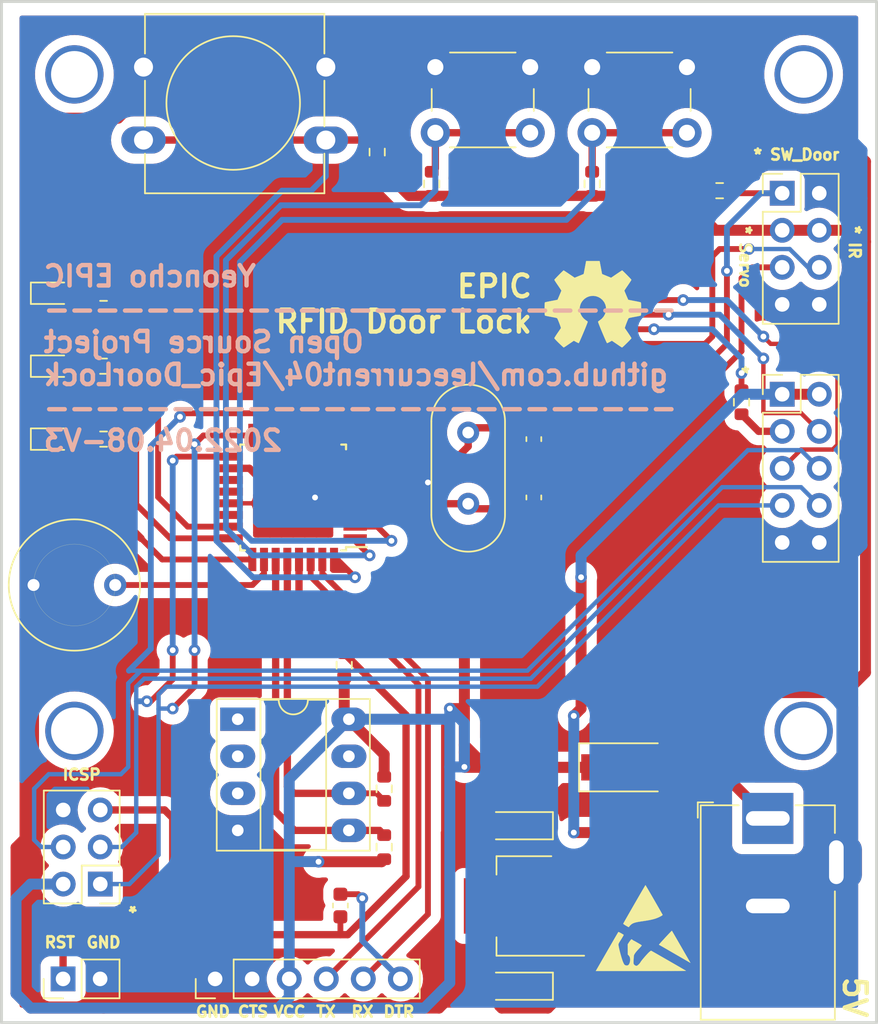
<source format=kicad_pcb>
(kicad_pcb (version 20211014) (generator pcbnew)
  (layers (0 "F.Cu" signal) (31 "B.Cu" signal) (34 "B.Paste" user) (35 "F.Paste" user) (36 "B.SilkS" user "B.Silkscreen") (37 "F.SilkS" user "F.Silkscreen") (38 "B.Mask" user) (39 "F.Mask" user) (44 "Edge.Cuts" user))
  (net 0 "")
  (net 1 "/PC0")
  (net 2 "GND")
  (net 3 "+5V")
  (net 4 "+3V3")
  (net 5 "/PD7")
  (net 6 "Net-(J_OUTPUT1-Pad3)")
  (net 7 "/PB1")
  (net 8 "/PB2")
  (net 9 "/MOSI(PB3)")
  (net 10 "/MISO(PB4)")
  (net 11 "/SCK(PB5)")
  (net 12 "/PB0")
  (net 13 "/SDA(PC4)")
  (net 14 "/RXD")
  (net 15 "/TXD")
  (net 16 "/PD2")
  (net 17 "/PD3")
  (net 18 "/PD4")
  (net 19 "/PD5")
  (net 20 "/PD6")
  (net 21 "/RESET")
  (net 22 "/DTR")
  (net 23 "/SCL(PC5)")
  (net 24 "Net-(D1-Pad2)")
  (net 26 "Net-(C2-Pad1)")
  (net 27 "Net-(C3-Pad1)")
  (net 28 "Net-(D2-Pad2)")
  (net 29 "Net-(D3-Pad2)")
  (net 30 "Net-(D4-Pad2)")
  (net 31 "/PC1")
  (net 32 "/PC2")
  (net 33 "/PC3")
  (footprint "Resistor_SMD:R_0603_1608Metric" (layer "F.Cu") (at 74 26 180)
    (fp_text reference "R2" hide)
    (fp_text value "10K")
  )
  (footprint "Connector_PinHeader_2.54mm:PinHeader_2x04_P2.54mm_Vertical" (layer "F.Cu") (at 78.29 26.175)
    (fp_text reference "J_INNER1" hide)
    (fp_text value "Conn_02x04_Odd_Even" hide)
  )
  (footprint "Package_QFP:TQFP-32_7x7mm_P0.8mm" (layer "F.Cu") (at 44.76 47.03 180)
    (fp_text reference "U1" hide)
    (fp_text value "ATmega328P-A" hide)
  )
  (footprint "" (layer "F.Cu") (at 67.23 53.29 -90)
    (fp_text reference "HOLE1" hide)
    (fp_text value "")
  )
  (footprint "Capacitor_Tantalum_SMD:CP_EIA-3216-10_Kemet-I" (layer "F.Cu") (at 60.26 80.53 180)
    (fp_text reference "C5" hide)
    (fp_text value "10uF")
  )
  (footprint "Connector_BarrelJack:BarrelJack_Horizontal" (layer "F.Cu") (at 77.3025 69.03 90)
    (fp_text reference "POWER_JACK1" hide)
    (fp_text value "5.5pi" hide)
  )
  (footprint "Resistor_SMD:R_0603_1608Metric" (layer "F.Cu") (at 31.76 33.03 180)
    (fp_text reference "R9" hide)
    (fp_text value "220")
  )
  (footprint "Symbol:ESD-Logo_6.6x6mm_SilkScreen" (layer "F.Cu") (at 68.76 76.53)
    (fp_text reference "REF_ESD" hide)
    (fp_text value "ESD-Logo_6.6x6mm_SilkScreen" hide)
  )
  (footprint "Connector_PinHeader_2.54mm:PinHeader_1x06_P2.54mm_Vertical" (layer "F.Cu") (at 39.41 80.03 90)
    (fp_text reference "J_UART1" hide)
    (fp_text value "Conn_01x06_Female" hide)
  )
  (footprint "Resistor_SMD:R_0603_1608Metric" (layer "F.Cu") (at 31.76 38.03 180)
    (fp_text reference "R8" hide)
    (fp_text value "220")
  )
  (footprint "Capacitor_SMD:C_0603_1608Metric" (layer "F.Cu") (at 61.26 47.03 90)
    (fp_text reference "C2" hide)
    (fp_text value "22pF")
  )
  (footprint "" (layer "F.Cu") (at 41.23 71.29 -90)
    (fp_text reference "HOLE3" hide)
    (fp_text value "")
  )
  (footprint "Capacitor_SMD:C_0603_1608Metric" (layer "F.Cu") (at 48 75 -90)
    (fp_text reference "C1" hide)
    (fp_text value "0.1uF")
  )
  (footprint "SW:FQ-014[Buzzer]" (layer "F.Cu") (at 29.76 53.03 180)
    (fp_text reference "BZ1" hide)
    (fp_text value "Buzzer" hide)
  )
  (footprint "Resistor_SMD:R_0603_1608Metric" (layer "F.Cu") (at 51 71 90)
    (fp_text reference "R10" hide)
    (fp_text value "4.7K")
  )
  (footprint "" (layer "F.Cu") (at 37.23 62.29 -90)
    (fp_text reference "HOLE4" hide)
    (fp_text value "")
  )
  (footprint "Diode_SMD:D_SMA" (layer "F.Cu") (at 67.76 65.53)
    (fp_text reference "D1" hide)
    (fp_text value "1N4004" hide)
  )
  (footprint "Resistor_SMD:R_0603_1608Metric" (layer "F.Cu") (at 31.76 43.03 180)
    (fp_text reference "R7" hide)
    (fp_text value "220")
  )
  (footprint "Button_Switch_THT:SW_PUSH_6mm_H5mm" (layer "F.Cu") (at 61.01 22.03 180)
    (fp_text reference "SW3" hide)
    (fp_text value "SW_Push" hide)
  )
  (footprint "Button_Switch_THT:SW_PUSH_6mm_H5mm" (layer "F.Cu") (at 71.76 22.03 180)
    (fp_text reference "SW4" hide)
    (fp_text value "SW_Push" hide)
  )
  (footprint "LED_SMD:LED_0603_1608Metric" (layer "F.Cu") (at 28.26 43.03)
    (fp_text reference "D2" hide)
    (fp_text value "LED_Small" hide)
  )
  (footprint "" (layer "F.Cu") (at 63.23 32.29 -90)
    (fp_text reference "HOLE2" hide)
    (fp_text value "")
  )
  (footprint "Button_Switch_THT:SW_PUSH-12mm" (layer "F.Cu") (at 47 22.53 180)
    (fp_text reference "SW2" hide)
    (fp_text value "SW_Push" hide)
  )
  (footprint "Connector_PinHeader_2.54mm:PinHeader_1x02_P2.54mm_Vertical" (layer "F.Cu") (at 28.985 80.03 90)
    (fp_text reference "SW1" hide)
    (fp_text value "SW_Push" hide)
  )
  (footprint "Resistor_SMD:R_0603_1608Metric" (layer "F.Cu") (at 50.52 23.355 90)
    (fp_text reference "R4" hide)
    (fp_text value "10K")
  )
  (footprint "Connector_PinHeader_2.54mm:PinHeader_2x03_P2.54mm_Vertical" (layer "F.Cu") (at 31.535 73.53 180)
    (fp_text reference "J_SPI1" hide)
    (fp_text value "Conn_02x03_Odd_Even" hide)
  )
  (footprint "Resistor_SMD:R_0603_1608Metric" (layer "F.Cu") (at 51 67 -90)
    (fp_text reference "R11" hide)
    (fp_text value "4.7K")
  )
  (footprint "Resistor_SMD:R_0603_1608Metric" (layer "F.Cu") (at 65.26 25.53 90)
    (fp_text reference "R6" hide)
    (fp_text value "10K")
  )
  (footprint "Symbol:OSHW-Symbol_6.7x6mm_SilkScreen" (layer "F.Cu") (at 65.3 33.8)
    (fp_text reference "REF_OSHW" hide)
    (fp_text value "OSHW-Symbol_6.7x6mm_SilkScreen" hide)
  )
  (footprint "Resistor_SMD:R_0603_1608Metric" (layer "F.Cu") (at 54.26 25.53 90)
    (fp_text reference "R5" hide)
    (fp_text value "10K")
  )
  (footprint "Package_DIP:DIP-8_W7.62mm_Socket_LongPads" (layer "F.Cu") (at 40.96 62.23)
    (fp_text reference "U3" hide)
    (fp_text value "AT24CS16")
  )
  (footprint "Connector_PinHeader_2.54mm:PinHeader_2x05_P2.54mm_Vertical" (layer "F.Cu") (at 78.29 39.955)
    (fp_text reference "J_OUTPUT1" hide)
    (fp_text value "Conn_02x05_Odd_Even" hide)
  )
  (footprint "LED_SMD:LED_0603_1608Metric" (layer "F.Cu") (at 28.26 38.03)
    (fp_text reference "D3" hide)
    (fp_text value "LED_Small" hide)
  )
  (footprint "Resistor_SMD:R_0603_1608Metric" (layer "F.Cu") (at 75.5 40.5 -90)
    (fp_text reference "R3" hide)
    (fp_text value "10K")
  )
  (footprint "Crystal:Crystal_HC49-4H_Vertical" (layer "F.Cu") (at 56.76 42.58 -90)
    (fp_text reference "Y1" hide)
    (fp_text value "16MHz")
  )
  (footprint "Resistor_SMD:R_0603_1608Metric" (layer "F.Cu") (at 48.26 58.53 90)
    (fp_text reference "R1" hide)
    (fp_text value "10K")
  )
  (footprint "Capacitor_Tantalum_SMD:CP_EIA-3216-10_Kemet-I" (layer "F.Cu") (at 60.26 69.53 180)
    (fp_text reference "C4" hide)
    (fp_text value "10uF")
  )
  (footprint "LED_SMD:LED_0603_1608Metric" (layer "F.Cu") (at 28.26 33.03)
    (fp_text reference "D4" hide)
    (fp_text value "LED_Small" hide)
  )
  (footprint "Package_TO_SOT_SMD:SOT-223-3_TabPin2" (layer "F.Cu") (at 60.61 75.03 180)
    (fp_text reference "U2" hide)
    (fp_text value "AMS1117-3.3" hide)
  )
  (footprint "Capacitor_SMD:C_0603_1608Metric" (layer "F.Cu") (at 61.26 43.03 -90)
    (fp_text reference "C3" hide)
    (fp_text value "22pF")
  )
  (gr_rect (start 84.76 13.03) (end 24.76 83.03) (layer "Edge.Cuts") (width 0.2) (fill none))
  (gr_text "Yeoncho EPIC\n-------------------------\nOpen Source Project\ngithub.com/leecurrent04/Epic_DoorLock\n-------------------------\n2022.04.08-V3" (at 27.5 37.5) (layer "B.SilkS") (effects (font (size 1.4 1.4) (thickness 0.3)) (justify right mirror)))
  (gr_text "GND" (at 31.76 77.53) (layer "F.SilkS") (effects (font (size 0.75 0.75) (thickness 0.1875))))
  (gr_text "* Servo" (at 75.76 30.53 270) (layer "F.SilkS") (effects (font (size 0.75 0.75) (thickness 0.1875))))
  (gr_text "ICSP" (at 30.26 66.03) (layer "F.SilkS") (effects (font (size 0.75 0.75) (thickness 0.1875))))
  (gr_text "GND" (at 39.26 82.28) (layer "F.SilkS") (effects (font (size 0.75 0.75) (thickness 0.1875))))
  (gr_text "VCC" (at 44.51 82.28) (layer "F.SilkS") (effects (font (size 0.75 0.75) (thickness 0.1875))))
  (gr_text "*" (at 75.76 38.53) (layer "F.SilkS") (effects (font (size 0.75 0.75) (thickness 0.1875))))
  (gr_text "5V" (at 83.26 81.28 270) (layer "F.SilkS") (effects (font (size 1.5 1.5) (thickness 0.3))))
  (gr_text "EPIC\nRFID Door Lock" (at 61.29 33.77) (layer "F.SilkS") (effects (font (size 1.5 1.5) (thickness 0.3)) (justify right)))
  (gr_text "* IR" (at 83.26 29.53 270) (layer "F.SilkS") (effects (font (size 0.75 0.75) (thickness 0.1875))))
  (gr_text "*" (at 33.76 75.03 180) (layer "F.SilkS") (effects (font (size 0.75 0.75) (thickness 0.1875))))
  (gr_text "CTS" (at 42.01 82.28) (layer "F.SilkS") (effects (font (size 0.75 0.75) (thickness 0.1875))))
  (gr_text "DTR" (at 52.01 82.28) (layer "F.SilkS") (effects (font (size 0.75 0.75) (thickness 0.1875))))
  (gr_text "RST" (at 28.76 77.53) (layer "F.SilkS") (effects (font (size 0.75 0.75) (thickness 0.1875))))
  (gr_text "* SW_Door" (at 79.26 23.53) (layer "F.SilkS") (effects (font (size 0.75 0.75) (thickness 0.1875))))
  (gr_text "RX" (at 49.51 82.28) (layer "F.SilkS") (effects (font (size 0.75 0.75) (thickness 0.1875))))
  (gr_text "TX" (at 47.01 82.28) (layer "F.SilkS") (effects (font (size 0.75 0.75) (thickness 0.1875))))
  (segment (start 35.5 35.945) (end 35.5 47) (width 0.4) (layer "F.Cu") (net 1))
  (segment (start 32.585 33.03) (end 35.5 35.945) (width 0.4) (layer "F.Cu") (net 1))
  (segment (start 35.5 47) (end 37.53 49.03) (width 0.4) (layer "F.Cu") (net 1))
  (segment (start 37.53 49.03) (end 40.51 49.03) (width 0.4) (layer "F.Cu") (net 1))
  (segment (start 41.95 80.03) (end 41.95 81.84) (width 0.75) (layer "F.Cu") (net 2))
  (segment (start 26.76 82.03) (end 31.76 82.03) (width 0.75) (layer "F.Cu") (net 2))
  (segment (start 46.26 48.03) (end 46.26 47.03) (width 0.3) (layer "F.Cu") (net 2))
  (segment (start 46.06 48.23) (end 46.26 48.03) (width 0.3) (layer "F.Cu") (net 2))
  (segment (start 61.26 43.805) (end 61.26 45.26) (width 0.75) (layer "F.Cu") (net 2))
  (segment (start 64.255 46.255) (end 68.115 50.115) (width 0.75) (layer "F.Cu") (net 2))
  (segment (start 39.41 80.03) (end 39.41 81.88) (width 0.75) (layer "F.Cu") (net 2))
  (segment (start 54.51 17.53) (end 61.01 17.53) (width 0.75) (layer "F.Cu") (net 2))
  (segment (start 31.525 81.795) (end 31.76 82.03) (width 0.75) (layer "F.Cu") (net 2))
  (segment (start 40.51 47.43) (end 42.16 47.43) (width 0.3) (layer "F.Cu") (net 2))
  (segment (start 31.525 80.03) (end 31.525 81.795) (width 0.75) (layer "F.Cu") (net 2))
  (segment (start 34.5 19.29) (end 32.76 21.03) (width 0.75) (layer "F.Cu") (net 2))
  (segment (start 76.47 72.03) (end 74.83 73.67) (width 0.75) (layer "F.Cu") (net 2))
  (segment (start 82.0025 72.03) (end 76.47 72.03) (width 0.75) (layer "F.Cu") (net 2))
  (segment (start 39.41 81.88) (end 39.26 82.03) (width 0.75) (layer "F.Cu") (net 2))
  (segment (start 78.29 50.115) (end 68.115 50.115) (width 0.75) (layer "F.Cu") (net 2))
  (segment (start 46.66 46.63) (end 49.01 46.63) (width 0.3) (layer "F.Cu") (net 2))
  (segment (start 27.4725 43.03) (end 27.4725 41.8175) (width 0.75) (layer "F.Cu") (net 2))
  (segment (start 61.26 45.26) (end 61.26 46.255) (width 0.75) (layer "F.Cu") (net 2))
  (segment (start 65.26 17.53) (end 61.01 17.53) (width 0.75) (layer "F.Cu") (net 2))
  (segment (start 62.221758 82.03) (end 63.76 80.491758) (width 0.75) (layer "F.Cu") (net 2))
  (segment (start 54.74 45.26) (end 54 46) (width 0.75) (layer "F.Cu") (net 2))
  (segment (start 26.96 69.83) (end 25.76 71.03) (width 0.75) (layer "F.Cu") (net 2))
  (segment (start 41.76 82.03) (end 39.26 82.03) (width 0.75) (layer "F.Cu") (net 2))
  (segment (start 58.91 81.88) (end 59.06 82.03) (width 0.75) (layer "F.Cu") (net 2))
  (segment (start 74.83 73.67) (end 74.83 77.33) (width 0.75) (layer "F.Cu") (net 2))
  (segment (start 54.76 82.03) (end 41.76 82.03) (width 0.75) (layer "F.Cu") (net 2))
  (segment (start 61.26 45.26) (end 54.74 45.26) (width 0.75) (layer "F.Cu") (net 2))
  (segment (start 59.06 82.03) (end 62.221758 82.03) (width 0.75) (layer "F.Cu") (net 2))
  (segment (start 27.4725 41.8175) (end 27.4725 41.2425) (width 0.75) (layer "F.Cu") (net 2))
  (segment (start 32.76 21.03) (end 28.26 21.03) (width 0.75) (layer "F.Cu") (net 2))
  (segment (start 39.26 82.03) (end 31.76 82.03) (width 0.75) (layer "F.Cu") (net 2))
  (segment (start 77.3025 75.03) (end 75.0025 77.33) (width 0.75) (layer "F.Cu") (net 2))
  (segment (start 25.76 81.03) (end 26.76 82.03) (width 0.75) (layer "F.Cu") (net 2))
  (segment (start 75.0025 77.33) (end 74.83 77.33) (width 0.75) (layer "F.Cu") (net 2))
  (segment (start 27.4725 33.03) (end 27.4725 38.03) (width 0.75) (layer "F.Cu") (net 2))
  (segment (start 82.0025 76.1575) (end 82.0025 72.03) (width 0.75) (layer "F.Cu") (net 2))
  (segment (start 55.26 81.53) (end 54.76 82.03) (width 0.75) (layer "F.Cu") (net 2))
  (segment (start 27.4725 21.8175) (end 27.4725 33.03) (width 0.75) (layer "F.Cu") (net 2))
  (segment (start 58.91 69.53) (end 55.76 69.53) (width 0.75) (layer "F.Cu") (net 2))
  (segment (start 75.0025 77.33) (end 80.83 77.33) (width 0.75) (layer "F.Cu") (net 2))
  (segment (start 41.95 81.84) (end 41.76 82.03) (width 0.75) (layer "F.Cu") (net 2))
  (segment (start 28.26 21.03) (end 27.4725 21.8175) (width 0.75) (layer "F.Cu") (net 2))
  (segment (start 34.5 17.53) (end 34.5 19.29) (width 0.75) (layer "F.Cu") (net 2))
  (segment (start 26.96 53.03) (end 26.96 68.33) (width 0.75) (layer "F.Cu") (net 2))
  (segment (start 55.76 69.53) (end 55.26 70.03) (width 0.75) (layer "F.Cu") (net 2))
  (segment (start 55.26 70.03) (end 55.26 80.03) (width 0.75) (layer "F.Cu") (net 2))
  (segment (start 63.76 80.491758) (end 63.76 77.33) (width 0.75) (layer "F.Cu") (net 2))
  (segment (start 28.995 68.45) (end 27.08 68.45) (width 0.75) (layer "F.Cu") (net 2))
  (segment (start 42.16 47.43) (end 42.96 48.23) (width 0.3) (layer "F.Cu") (net 2))
  (segment (start 58.91 80.53) (end 58.91 81.88) (width 0.75) (layer "F.Cu") (net 2))
  (segment (start 47 17.53) (end 54.51 17.53) (width 0.75) (layer "F.Cu") (net 2))
  (segment (start 47 17.53) (end 34.5 17.53) (width 0.75) (layer "F.Cu") (net 2))
  (segment (start 61.26 46.255) (end 64.255 46.255) (width 0.75) (layer "F.Cu") (net 2))
  (segment (start 71.76 17.53) (end 74.03 17.53) (width 0.75) (layer "F.Cu") (net 2))
  (segment (start 42.96 48.23) (end 46.06 48.23) (width 0.3) (layer "F.Cu") (net 2))
  (segment (start 65.26 17.53) (end 71.76 17.53) (width 0.75) (layer "F.Cu") (net 2))
  (segment (start 26.96 43.5425) (end 26.96 53.03) (width 0.75) (layer "F.Cu") (net 2))
  (segment (start 26.96 68.33) (end 26.96 69.83) (width 0.75) (layer "F.Cu") (net 2))
  (segment (start 46.26 47.03) (end 46.66 46.63) (width 0.3) (layer "F.Cu") (net 2))
  (segment (start 27.76 41.53) (end 27.4725 41.8175) (width 0.3) (layer "F.Cu") (net 2))
  (segment (start 80.83 77.33) (end 82.0025 76.1575) (width 0.75) (layer "F.Cu") (net 2))
  (segment (start 55.26 80.03) (end 55.76 80.53) (width 0.75) (layer "F.Cu") (net 2))
  (segment (start 55.76 80.53) (end 58.91 80.53) (width 0.75) (layer "F.Cu") (net 2))
  (segment (start 27.4725 41.2425) (end 27.4725 38.03) (width 0.75) (layer "F.Cu") (net 2))
  (segment (start 74.83 77.33) (end 63.76 77.33) (width 0.75) (layer "F.Cu") (net 2))
  (segment (start 27.4725 43.03) (end 26.96 43.5425) (width 0.75) (layer "F.Cu") (net 2))
  (segment (start 25.76 71.03) (end 25.76 81.03) (width 0.75) (layer "F.Cu") (net 2))
  (segment (start 55.26 80.03) (end 55.26 81.53) (width 0.75) (layer "F.Cu") (net 2))
  (segment (start 27.08 68.45) (end 26.96 68.33) (width 0.75) (layer "F.Cu") (net 2))
  (segment (start 46.06 48.23) (end 49.01 48.23) (width 0.3) (layer "F.Cu") (net 2))
  (via (at 46.26 47.03) (size 0.8) (drill 0.4) (layers "F.Cu" "B.Cu") (net 2))
  (via (at 54 46) (size 0.8) (drill 0.4) (layers "F.Cu" "B.Cu") (net 2))
  (segment (start 40.96 78.54) (end 40.96 80.02) (width 0.75) (layer "B.Cu") (net 2))
  (segment (start 82.0025 72.03) (end 82.384511 71.647989) (width 0.75) (layer "B.Cu") (net 2))
  (segment (start 82.384511 71.647989) (end 82.384511 51.669511) (width 0.75) (layer "B.Cu") (net 2))
  (segment (start 78.29 50.115) (end 80.83 50.115) (width 0.75) (layer "B.Cu") (net 2))
  (segment (start 80.83 26.175) (end 80.83 24.33) (width 0.75) (layer "B.Cu") (net 2))
  (segment (start 83.76 33.53) (end 83.495 33.795) (width 0.75) (layer "B.Cu") (net 2))
  (segment (start 83.495 33.795) (end 80.83 33.795) (width 0.75) (layer "B.Cu") (net 2))
  (segment (start 82.0025 72.03) (end 82.0025 74.2875) (width 0.75) (layer "B.Cu") (net 2))
  (segment (start 39.98 79.46) (end 39.41 80.03) (width 0.75) (layer "B.Cu") (net 2))
  (segment (start 71.76 17.53) (end 74.03 17.53) (width 0.75) (layer "B.Cu") (net 2))
  (segment (start 83.580978 50.115) (end 80.83 50.115) (width 0.75) (layer "B.Cu") (net 2))
  (segment (start 82.0025 74.2875) (end 81.26 75.03) (width 0.75) (layer "B.Cu") (net 2))
  (segment (start 74.03 17.53) (end 78 21.5) (width 0.75) (layer "B.Cu") (net 2))
  (segment (start 80.83 33.795) (end 78.29 33.795) (width 0.75) (layer "B.Cu") (net 2))
  (segment (start 83.405 26.175) (end 80.83 26.175) (width 0.75) (layer "B.Cu") (net 2))
  (segment (start 40.96 79.46) (end 41.38 79.46) (width 0.75) (layer "B.Cu") (net 2))
  (segment (start 80.83 24.33) (end 78 21.5) (width 0.75) (layer "B.Cu") (net 2))
  (segment (start 40.97 80.03) (end 41.95 80.03) (width 0.75) (layer "B.Cu") (net 2))
  (segment (start 40.96 79.46) (end 40.96 78.54) (width 0.75) (layer "B.Cu") (net 2))
  (segment (start 47.29 46) (end 46.26 47.03) (width 0.75) (layer "B.Cu") (net 2))
  (segment (start 83.76 23.24) (end 83.76 26.53) (width 0.75) (layer "B.Cu") (net 2))
  (segment (start 54 46) (end 47.29 46) (width 0.75) (layer "B.Cu") (net 2))
  (segment (start 83.76 26.53) (end 83.405 26.175) (width 0.75) (layer "B.Cu") (net 2))
  (segment (start 81.26 75.03) (end 77.3025 75.03) (width 0.75) (layer "B.Cu") (net 2))
  (segment (start 83.76 50.294022) (end 82.384511 51.669511) (width 0.75) (layer "B.Cu") (net 2))
  (segment (start 82.02 21.5) (end 83.76 23.24) (width 0.75) (layer "B.Cu") (net 2))
  (segment (start 83.76 33.53) (end 83.76 50.294022) (width 0.75) (layer "B.Cu") (net 2))
  (segment (start 78 21.5) (end 82.02 21.5) (width 0.75) (layer "B.Cu") (net 2))
  (segment (start 40.96 78.54) (end 40.96 69.85) (width 0.75) (layer "B.Cu") (net 2))
  (segment (start 41.38 79.46) (end 41.95 80.03) (width 0.75) (layer "B.Cu") (net 2))
  (segment (start 83.76 26.53) (end 83.76 33.53) (width 0.75) (layer "B.Cu") (net 2))
  (segment (start 40.96 80.02) (end 40.97 80.03) (width 0.75) (layer "B.Cu") (net 2))
  (segment (start 82.384511 51.669511) (end 80.83 50.115) (width 0.75) (layer "B.Cu") (net 2))
  (segment (start 40.96 79.46) (end 39.98 79.46) (width 0.75) (layer "B.Cu") (net 2))
  (segment (start 39.41 80.03) (end 40.97 80.03) (width 0.75) (layer "B.Cu") (net 2))
  (segment (start 83.76 50.294022) (end 83.580978 50.115) (width 0.75) (layer "B.Cu") (net 2))
  (segment (start 73.175 26) (end 73.175 28.175) (width 0.75) (layer "F.Cu") (net 3))
  (segment (start 62.76 65.53) (end 61.61 66.68) (width 0.75) (layer "F.Cu") (net 3))
  (segment (start 65.76 65.53) (end 62.76 65.53) (width 0.75) (layer "F.Cu") (net 3))
  (segment (start 56.5 61.5) (end 56.5 51.5) (width 0.75) (layer "F.Cu") (net 3))
  (segment (start 84 29.5) (end 84 24) (width 0.75) (layer "F.Cu") (net 3))
  (segment (start 42.56 45.83) (end 41.76 45.03) (width 0.5) (layer "F.Cu") (net 3))
  (segment (start 82.624511 60.405489) (end 84 59.03) (width 0.75) (layer "F.Cu") (net 3))
  (segment (start 73.175 28.175) (end 73.715 28.715) (width 0.75) (layer "F.Cu") (net 3))
  (segment (start 65.76 65.53) (end 58.03 65.53) (width 0.75) (layer "F.Cu") (net 3))
  (segment (start 56.5 64.5) (end 57.53 65.53) (width 0.75) (layer "F.Cu") (net 3))
  (segment (start 56.5 64) (end 56.5 61.5) (width 0.75) (layer "F.Cu") (net 3))
  (segment (start 54.26 26.355) (end 52.695 26.355) (width 0.7) (layer "F.Cu") (net 3))
  (segment (start 56.53 65.53) (end 56.5 65.5) (width 0.75) (layer "F.Cu") (net 3))
  (segment (start 84 59.03) (end 84 29.5) (width 0.75) (layer "F.Cu") (net 3))
  (segment (start 50.33 45.83) (end 51.07 46.57) (width 0.5) (layer "F.Cu") (net 3))
  (segment (start 65.76 65.53) (end 70.884511 60.405489) (width 0.75) (layer "F.Cu") (net 3))
  (segment (start 65.26 26.355) (end 54.26 26.355) (width 0.7) (layer "F.Cu") (net 3))
  (segment (start 51.43 47.43) (end 51.07 47.43) (width 0.75) (layer "F.Cu") (net 3))
  (segment (start 80.83 28.715) (end 78.29 28.715) (width 0.75) (layer "F.Cu") (net 3))
  (segment (start 49.01 45.83) (end 50.33 45.83) (width 0.5) (layer "F.Cu") (net 3))
  (segment (start 54.5 49.5) (end 53.5 49.5) (width 0.75) (layer "F.Cu") (net 3))
  (segment (start 48.58 62.23) (end 51 64.65) (width 0.75) (layer "F.Cu") (net 3))
  (segment (start 58.03 65.53) (end 56.53 65.53) (width 0.75) (layer "F.Cu") (net 3))
  (segment (start 73.175 26) (end 73.175 24.825) (width 0.75) (layer "F.Cu") (net 3))
  (segment (start 61.61 66.68) (end 61.61 69.53) (width 0.75) (layer "F.Cu") (net 3))
  (segment (start 56.5 64.5) (end 56.5 65.5) (width 0.75) (layer "F.Cu") (net 3))
  (segment (start 40.51 45.03) (end 41.76 45.03) (width 0.5) (layer "F.Cu") (net 3))
  (segment (start 72.82 26.355) (end 73.175 26) (width 0.75) (layer "F.Cu") (net 3))
  (segment (start 46.5 72) (end 50.825 72) (width 0.75) (layer "F.Cu") (net 3))
  (segment (start 58.03 65.53) (end 56.5 64) (width 0.75) (layer "F.Cu") (net 3))
  (segment (start 52.695 26.355) (end 50.52 24.18) (width 0.7) (layer "F.Cu") (net 3))
  (segment (start 83 23) (end 75 23) (width 0.75) (layer "F.Cu") (net 3))
  (segment (start 61.96 72.73) (end 63.76 72.73) (width 0.75) (layer "F.Cu") (net 3))
  (segment (start 50.825 72) (end 51 71.825) (width 0.75) (layer "F.Cu") (net 3))
  (segment (start 73.175 24.825) (end 75 23) (width 0.75) (layer "F.Cu") (net 3))
  (segment (start 56.5 51.5) (end 54.5 49.5) (width 0.75) (layer "F.Cu") (net 3))
  (segment (start 51.07 46.57) (end 51.07 47.43) (width 0.5) (layer "F.Cu") (net 3))
  (segment (start 57.53 65.53) (end 58.03 65.53) (width 0.75) (layer "F.Cu") (net 3))
  (segment (start 61.61 69.53) (end 61.61 72.38) (width 0.75) (layer "F.Cu") (net 3))
  (segment (start 56.5 64) (end 56.5 64.5) (width 0.75) (layer "F.Cu") (net 3))
  (segment (start 49.01 45.83) (end 42.56 45.83) (width 0.5) (layer "F.Cu") (net 3))
  (segment (start 48.26 61.91) (end 48.58 62.23) (width 0.75) (layer "F.Cu") (net 3))
  (segment (start 53.5 49.5) (end 51.43 47.43) (width 0.75) (layer "F.Cu") (net 3))
  (segment (start 61.61 72.38) (end 61.96 72.73) (width 0.75) (layer "F.Cu") (net 3))
  (segment (start 48.26 59.355) (end 48.26 61.91) (width 0.75) (layer "F.Cu") (net 3))
  (segment (start 80.83 28.715) (end 83.215 28.715) (width 0.75) (layer "F.Cu") (net 3))
  (segment (start 55.5 61.5) (end 56.5 61.5) (width 0.75) (layer "F.Cu") (net 3))
  (segment (start 84 24) (end 83 23) (width 0.75) (layer "F.Cu") (net 3))
  (segment (start 83.215 28.715) (end 84 29.5) (width 0.75) (layer "F.Cu") (net 3))
  (segment (start 65.26 26.355) (end 69.085 26.355) (width 0.7) (layer "F.Cu") (net 3))
  (segment (start 49.01 47.43) (end 51.07 47.43) (width 0.5) (layer "F.Cu") (net 3))
  (segment (start 51 64.65) (end 51 66.175) (width 0.75) (layer "F.Cu") (net 3))
  (segment (start 69.085 26.355) (end 72.82 26.355) (width 0.75) (layer "F.Cu") (net 3))
  (segment (start 73.715 28.715) (end 78.29 28.715) (width 0.75) (layer "F.Cu") (net 3))
  (segment (start 70.884511 60.405489) (end 82.624511 60.405489) (width 0.75) (layer "F.Cu") (net 3))
  (via (at 46.5 72) (size 0.8) (drill 0.4) (layers "F.Cu" "B.Cu") (net 3))
  (via (at 55.5 61.5) (size 0.8) (drill 0.4) (layers "F.Cu" "B.Cu") (net 3))
  (via (at 56.5 65.5) (size 0.8) (drill 0.4) (layers "F.Cu" "B.Cu") (net 3))
  (segment (start 44.49 66.32) (end 44.49 71.99) (width 0.75) (layer "B.Cu") (net 3))
  (segment (start 55.5 80.29) (end 55.5 65.5) (width 0.75) (layer "B.Cu") (net 3))
  (segment (start 26.76 73.53) (end 25.76 74.53) (width 0.75) (layer "B.Cu") (net 3))
  (segment (start 28.995 73.53) (end 26.76 73.53) (width 0.75) (layer "B.Cu") (net 3))
  (segment (start 44.49 81.3) (end 44.49 80.03) (width 0.75) (layer "B.Cu") (net 3))
  (segment (start 56.5 65.5) (end 56.5 62.5) (width 0.75) (layer "B.Cu") (net 3))
  (segment (start 56.5 62.5) (end 55.5 61.5) (width 0.75) (layer "B.Cu") (net 3))
  (segment (start 43.76 82.03) (end 44.49 81.3) (width 0.75) (layer "B.Cu") (net 3))
  (segment (start 48.58 62.23) (end 44.49 66.32) (width 0.75) (layer "B.Cu") (net 3))
  (segment (start 55.5 62.5) (end 55.5 61.5) (width 0.75) (layer "B.Cu") (net 3))
  (segment (start 44.49 71.99) (end 44.49 80.03) (width 0.75) (layer "B.Cu") (net 3))
  (segment (start 46.49 71.99) (end 46.5 72) (width 0.75) (layer "B.Cu") (net 3))
  (segment (start 25.76 74.53) (end 25.76 81.03) (width 0.75) (layer "B.Cu") (net 3))
  (segment (start 55.23 62.23) (end 55.5 62.5) (width 0.75) (layer "B.Cu") (net 3))
  (segment (start 53.76 82.03) (end 55.5 80.29) (width 0.75) (layer "B.Cu") (net 3))
  (segment (start 44.49 71.99) (end 46.49 71.99) (width 0.75) (layer "B.Cu") (net 3))
  (segment (start 48.58 62.23) (end 55.23 62.23) (width 0.75) (layer "B.Cu") (net 3))
  (segment (start 25.76 81.03) (end 26.76 82.03) (width 0.75) (layer "B.Cu") (net 3))
  (segment (start 43.76 82.03) (end 53.76 82.03) (width 0.75) (layer "B.Cu") (net 3))
  (segment (start 26.76 82.03) (end 43.76 82.03) (width 0.75) (layer "B.Cu") (net 3))
  (segment (start 55.5 65.5) (end 55.5 62.5) (width 0.75) (layer "B.Cu") (net 3))
  (segment (start 56.5 65.5) (end 55.5 65.5) (width 0.75) (layer "B.Cu") (net 3))
  (segment (start 67 70) (end 64 70) (width 0.75) (layer "F.Cu") (net 4))
  (segment (start 63.76 75.03) (end 66.97 75.03) (width 0.75) (layer "F.Cu") (net 4))
  (segment (start 67 75) (end 67 70) (width 0.75) (layer "F.Cu") (net 4))
  (segment (start 63.76 75.03) (end 61.26 75.03) (width 0.75) (layer "F.Cu") (net 4))
  (segment (start 61.61 75.38) (end 61.26 75.03) (width 0.75) (layer "F.Cu") (net 4))
  (segment (start 61.26 75.03) (end 57.46 75.03) (width 0.75) (layer "F.Cu") (net 4))
  (segment (start 61.61 80.53) (end 61.61 75.38) (width 0.75) (layer "F.Cu") (net 4))
  (segment (start 64.5 52.5) (end 64.5 61.5) (width 0.75) (layer "F.Cu") (net 4))
  (segment (start 64.5 61.5) (end 64 62) (width 0.75) (layer "F.Cu") (net 4))
  (segment (start 66.97 75.03) (end 67 75) (width 0.75) (layer "F.Cu") (net 4))
  (segment (start 80.83 39.955) (end 78.29 39.955) (width 0.75) (layer "F.Cu") (net 4))
  (via (at 64.5 52.5) (size 0.8) (drill 0.4) (layers "F.Cu" "B.Cu") (net 4))
  (via (at 64 62) (size 0.8) (drill 0.4) (layers "F.Cu" "B.Cu") (net 4))
  (via (at 64 70) (size 0.8) (drill 0.4) (layers "F.Cu" "B.Cu") (net 4))
  (segment (start 75.545 39.955) (end 64.5 51) (width 0.75) (layer "B.Cu") (net 4))
  (segment (start 64 62) (end 64 70) (width 0.75) (layer "B.Cu") (net 4))
  (segment (start 64.5 51) (end 64.5 52.5) (width 0.75) (layer "B.Cu") (net 4))
  (segment (start 78.29 39.955) (end 75.545 39.955) (width 0.75) (layer "B.Cu") (net 4))
  (segment (start 49 36.5) (end 73 36.5) (width 0.4) (layer "F.Cu") (net 5))
  (segment (start 73.5 36) (end 73.5 30.5) (width 0.4) (layer "F.Cu") (net 5))
  (segment (start 73.5 30.5) (end 74 30) (width 0.4) (layer "F.Cu") (net 5))
  (segment (start 73 36.5) (end 73.5 36) (width 0.4) (layer "F.Cu") (net 5))
  (segment (start 74 30) (end 76 30) (width 0.4) (layer "F.Cu") (net 5))
  (segment (start 45.96 39.54) (end 49 36.5) (width 0.4) (layer "F.Cu") (net 5))
  (segment (start 45.96 42.78) (end 45.96 39.54) (width 0.4) (layer "F.Cu") (net 5))
  (via (at 76 30) (size 0.8) (drill 0.4) (layers "F.Cu" "B.Cu") (net 5))
  (segment (start 78.802076 30) (end 76 30) (width 0.3) (layer "B.Cu") (net 5))
  (segment (start 80.83 31.255) (end 80.057076 31.255) (width 0.3) (layer "B.Cu") (net 5))
  (segment (start 80.057076 31.255) (end 78.802076 30) (width 0.3) (layer "B.Cu") (net 5))
  (segment (start 76.67 42.495) (end 75.5 41.325) (width 0.5) (layer "F.Cu") (net 6))
  (segment (start 78.29 42.495) (end 76.67 42.495) (width 0.5) (layer "F.Cu") (net 6))
  (segment (start 80.83 42.495) (end 79.580489 41.245489) (width 0.3) (layer "F.Cu") (net 7))
  (segment (start 79.580489 41.245489) (end 77.081467 41.245489) (width 0.3) (layer "F.Cu") (net 7))
  (segment (start 44.36 36.14) (end 46 34.5) (width 0.4) (layer "F.Cu") (net 7))
  (segment (start 77.081467 41.245489) (end 77 41.164022) (width 0.3) (layer "F.Cu") (net 7))
  (segment (start 46 34.5) (end 70.5 34.5) (width 0.4) (layer "F.Cu") (net 7))
  (segment (start 44.36 42.78) (end 44.36 36.14) (width 0.4) (layer "F.Cu") (net 7))
  (segment (start 77 41.164022) (end 77 37.5) (width 0.3) (layer "F.Cu") (net 7))
  (via (at 77 37.5) (size 0.8) (drill 0.4) (layers "F.Cu" "B.Cu") (net 7))
  (via (at 70.5 34.5) (size 0.8) (drill 0.4) (layers "F.Cu" "B.Cu") (net 7))
  (segment (start 74 34.5) (end 77 37.5) (width 0.4) (layer "B.Cu") (net 7))
  (segment (start 70.5 34.5) (end 74 34.5) (width 0.4) (layer "B.Cu") (net 7))
  (segment (start 78.29 45.035) (end 79.580489 43.744511) (width 0.3) (layer "F.Cu") (net 8))
  (segment (start 71.5 33.5) (end 46 33.5) (width 0.4) (layer "F.Cu") (net 8))
  (segment (start 82.079511 43.420489) (end 82.079511 37.079511) (width 0.3) (layer "F.Cu") (net 8))
  (segment (start 77.5 36.5) (end 77 36) (width 0.3) (layer "F.Cu") (net 8))
  (segment (start 77.5 36.5) (end 81.5 36.5) (width 0.3) (layer "F.Cu") (net 8))
  (segment (start 46 33.5) (end 43.56 35.94) (width 0.4) (layer "F.Cu") (net 8))
  (segment (start 81.755489 43.744511) (end 82.079511 43.420489) (width 0.3) (layer "F.Cu") (net 8))
  (segment (start 82.079511 37.079511) (end 81.5 36.5) (width 0.3) (layer "F.Cu") (net 8))
  (segment (start 43.56 35.94) (end 43.56 42.78) (width 0.4) (layer "F.Cu") (net 8))
  (segment (start 79.580489 43.744511) (end 81.755489 43.744511) (width 0.3) (layer "F.Cu") (net 8))
  (via (at 71.5 33.5) (size 0.8) (drill 0.4) (layers "F.Cu" "B.Cu") (net 8))
  (via (at 77 36) (size 0.8) (drill 0.4) (layers "F.Cu" "B.Cu") (net 8))
  (segment (start 71.5 33.5) (end 74.5 33.5) (width 0.4) (layer "B.Cu") (net 8))
  (segment (start 74.5 33.5) (end 77 36) (width 0.4) (layer "B.Cu") (net 8))
  (segment (start 37.24 41.26) (end 37 41.5) (width 0.4) (layer "F.Cu") (net 9))
  (segment (start 42.76 41.26) (end 37.24 41.26) (width 0.4) (layer "F.Cu") (net 9))
  (segment (start 42.76 42.78) (end 42.76 41.26) (width 0.4) (layer "F.Cu") (net 9))
  (via (at 37 41.5) (size 0.8) (drill 0.4) (layers "F.Cu" "B.Cu") (net 9))
  (segment (start 28 66) (end 27 67) (width 0.3) (layer "B.Cu") (net 9))
  (segment (start 33.45048 59.772382) (end 33.45048 65.5) (width 0.3) (layer "B.Cu") (net 9))
  (segment (start 35 57.40096) (end 33.499999 58.900961) (width 0.4) (layer "B.Cu") (net 9))
  (segment (start 32.95048 66) (end 28 66) (width 0.3) (layer "B.Cu") (net 9))
  (segment (start 33.45048 65.5) (end 32.95048 66) (width 0.3) (layer "B.Cu") (net 9))
  (segment (start 60.821902 58.90096) (end 75.937373 43.785489) (width 0.3) (layer "B.Cu") (net 9))
  (segment (start 60.821902 58.90096) (end 34.321901 58.900961) (width 0.3) (layer "B.Cu") (net 9))
  (segment (start 27 70.5) (end 27.49 70.99) (width 0.3) (layer "B.Cu") (net 9))
  (segment (start 27.49 70.99) (end 28.995 70.99) (width 0.3) (layer "B.Cu") (net 9))
  (segment (start 27 67) (end 27 70.5) (width 0.3) (layer "B.Cu") (net 9))
  (segment (start 34.321901 58.900961) (end 33.499999 58.900961) (width 0.3) (layer "B.Cu") (net 9))
  (segment (start 80.83 45.035) (end 79.580489 43.785489) (width 0.3) (layer "B.Cu") (net 9))
  (segment (start 37 41.5) (end 35 43.5) (width 0.4) (layer "B.Cu") (net 9))
  (segment (start 75.937373 43.785489) (end 79.580489 43.785489) (width 0.3) (layer "B.Cu") (net 9))
  (segment (start 35 43.5) (end 35 57.40096) (width 0.4) (layer "B.Cu") (net 9))
  (segment (start 34.321901 58.900961) (end 33.45048 59.772382) (width 0.3) (layer "B.Cu") (net 9))
  (segment (start 38 57.5) (end 38 60) (width 0.4) (layer "F.Cu") (net 10))
  (segment (start 38.6005 42.78) (end 38 43.3805) (width 0.4) (layer "F.Cu") (net 10))
  (segment (start 38 60) (end 36.5 61.5) (width 0.4) (layer "F.Cu") (net 10))
  (segment (start 41.96 42.78) (end 38.6005 42.78) (width 0.4) (layer "F.Cu") (net 10))
  (via (at 38 43.3805) (size 0.8) (drill 0.4) (layers "F.Cu" "B.Cu") (net 10))
  (via (at 38 57.5) (size 0.8) (drill 0.4) (layers "F.Cu" "B.Cu") (net 10))
  (via (at 36.5 61.5) (size 0.8) (drill 0.4) (layers "F.Cu" "B.Cu") (net 10))
  (segment (start 73.925 47.575) (end 78.29 47.575) (width 0.3) (layer "B.Cu") (net 10))
  (segment (start 35.53 61.53) (end 35.53 60.53) (width 0.3) (layer "B.Cu") (net 10))
  (segment (start 35.56 61.5) (end 35.53 61.53) (width 0.3) (layer "B.Cu") (net 10))
  (segment (start 36.06 60) (end 61.5 60) (width 0.3) (layer "B.Cu") (net 10))
  (segment (start 38 57.5) (end 38 43.5) (width 0.4) (layer "B.Cu") (net 10))
  (segment (start 35.53 71.53) (end 35.53 61.53) (width 0.3) (layer "B.Cu") (net 10))
  (segment (start 35.53 60.53) (end 36.06 60) (width 0.3) (layer "B.Cu") (net 10))
  (segment (start 33.53 73.53) (end 35.53 71.53) (width 0.3) (layer "B.Cu") (net 10))
  (segment (start 31.535 73.53) (end 33.53 73.53) (width 0.3) (layer "B.Cu") (net 10))
  (segment (start 36.5 61.5) (end 35.56 61.5) (width 0.3) (layer "B.Cu") (net 10))
  (segment (start 61.5 60) (end 73.925 47.575) (width 0.3) (layer "B.Cu") (net 10))
  (segment (start 36.77 44.23) (end 36.5 44.5) (width 0.4) (layer "F.Cu") (net 11))
  (segment (start 34.7305 61) (end 35 61) (width 0.4) (layer "F.Cu") (net 11))
  (segment (start 35 61) (end 36.5 59.5) (width 0.4) (layer "F.Cu") (net 11))
  (segment (start 36.5 57.5) (end 36.5 59.5) (width 0.4) (layer "F.Cu") (net 11))
  (segment (start 40.51 44.23) (end 36.77 44.23) (width 0.4) (layer "F.Cu") (net 11))
  (via (at 34.7305 61) (size 0.8) (drill 0.4) (layers "F.Cu" "B.Cu") (net 11))
  (via (at 36.5 57.5) (size 0.8) (drill 0.4) (layers "F.Cu" "B.Cu") (net 11))
  (via (at 36.5 44.5) (size 0.8) (drill 0.4) (layers "F.Cu" "B.Cu") (net 11))
  (segment (start 34 60) (end 34.54952 59.45048) (width 0.3) (layer "B.Cu") (net 11))
  (segment (start 61.04952 59.45048) (end 74.174511 46.325489) (width 0.3) (layer "B.Cu") (net 11))
  (segment (start 34.7305 61) (end 34.05 61) (width 0.4) (layer "B.Cu") (net 11))
  (segment (start 74.174511 46.325489) (end 79.580489 46.325489) (width 0.3) (layer "B.Cu") (net 11))
  (segment (start 34.54952 59.45048) (end 61.04952 59.45048) (width 0.3) (layer "B.Cu") (net 11))
  (segment (start 36.5 44.5) (end 36.5 57.5) (width 0.4) (layer "B.Cu") (net 11))
  (segment (start 79.580489 46.325489) (end 80.83 47.575) (width 0.3) (layer "B.Cu") (net 11))
  (segment (start 34 70) (end 34 61) (width 0.3) (layer "B.Cu") (net 11))
  (segment (start 34 61) (end 34 60) (width 0.3) (layer "B.Cu") (net 11))
  (segment (start 33.01 70.99) (end 34 70) (width 0.3) (layer "B.Cu") (net 11))
  (segment (start 31.535 70.99) (end 33.01 70.99) (width 0.3) (layer "B.Cu") (net 11))
  (segment (start 45.16 36.34) (end 46 35.5) (width 0.4) (layer "F.Cu") (net 12))
  (segment (start 46 35.5) (end 69.5 35.5) (width 0.4) (layer "F.Cu") (net 12))
  (segment (start 45.16 42.78) (end 45.16 36.34) (width 0.4) (layer "F.Cu") (net 12))
  (segment (start 75.5 38.5) (end 75.5 39.675) (width 0.4) (layer "F.Cu") (net 12))
  (via (at 75.5 38.5) (size 0.8) (drill 0.4) (layers "F.Cu" "B.Cu") (net 12))
  (via (at 69.5 35.5) (size 0.8) (drill 0.4) (layers "F.Cu" "B.Cu") (net 12))
  (segment (start 73.5 35.5) (end 75.5 37.5) (width 0.4) (layer "B.Cu") (net 12))
  (segment (start 69.5 35.5) (end 73.5 35.5) (width 0.4) (layer "B.Cu") (net 12))
  (segment (start 75.5 37.5) (end 75.5 38.5) (width 0.4) (layer "B.Cu") (net 12))
  (segment (start 50.675 69.85) (end 51 70.175) (width 0.5) (layer "F.Cu") (net 13))
  (segment (start 48.58 69.85) (end 50.675 69.85) (width 0.5) (layer "F.Cu") (net 13))
  (segment (start 43.56 51.28) (end 43.56 68.56) (width 0.5) (layer "F.Cu") (net 13))
  (segment (start 44.85 69.85) (end 48.58 69.85) (width 0.5) (layer "F.Cu") (net 13))
  (segment (start 43.56 68.56) (end 44.85 69.85) (width 0.5) (layer "F.Cu") (net 13))
  (segment (start 53.35048 73.70952) (end 53.35048 59.85048) (width 0.4) (layer "F.Cu") (net 14))
  (segment (start 53.35048 59.85048) (end 45.96 52.46) (width 0.4) (layer "F.Cu") (net 14))
  (segment (start 45.96 52.46) (end 45.96 51.28) (width 0.4) (layer "F.Cu") (net 14))
  (segment (start 47.03 80.03) (end 53.35048 73.70952) (width 0.4) (layer "F.Cu") (net 14))
  (segment (start 54 59.48) (end 54 75.6) (width 0.4) (layer "F.Cu") (net 15))
  (segment (start 49.57 80.03) (end 54 75.6) (width 0.4) (layer "F.Cu") (net 15))
  (segment (start 46.76 52.24) (end 54 59.48) (width 0.4) (layer "F.Cu") (net 15))
  (segment (start 46.76 51.28) (end 46.76 52.24) (width 0.4) (layer "F.Cu") (net 15))
  (segment (start 48 51.72) (end 47.56 51.28) (width 0.4) (layer "F.Cu") (net 16))
  (segment (start 47 22.53) (end 50.52 22.53) (width 0.5) (layer "F.Cu") (net 16))
  (segment (start 48 52) (end 48 51.72) (width 0.4) (layer "F.Cu") (net 16))
  (segment (start 48.5 52) (end 48 52) (width 0.4) (layer "F.Cu") (net 16))
  (segment (start 48 52) (end 47.5 52) (width 0.4) (layer "F.Cu") (net 16))
  (segment (start 47.78 51.28) (end 48.5 52) (width 0.4) (layer "F.Cu") (net 16))
  (segment (start 47.56 51.28) (end 47.78 51.28) (width 0.4) (layer "F.Cu") (net 16))
  (segment (start 48.5 52) (end 49 52.5) (width 0.4) (layer "F.Cu") (net 16))
  (segment (start 47 22.53) (end 34.5 22.53) (width 0.5) (layer "F.Cu") (net 16))
  (via (at 49 52.5) (size 0.8) (drill 0.4) (layers "F.Cu" "B.Cu") (net 16))
  (segment (start 46 26) (end 44 26) (width 0.4) (layer "B.Cu") (net 16))
  (segment (start 39.5 30.5) (end 39.5 50) (width 0.4) (layer "B.Cu") (net 16))
  (segment (start 47 22.53) (end 47 25) (width 0.4) (layer "B.Cu") (net 16))
  (segment (start 42 52.5) (end 49 52.5) (width 0.4) (layer "B.Cu") (net 16))
  (segment (start 44 26) (end 39.5 30.5) (width 0.4) (layer "B.Cu") (net 16))
  (segment (start 47 25) (end 46 26) (width 0.4) (layer "B.Cu") (net 16))
  (segment (start 39.5 50) (end 42 52.5) (width 0.4) (layer "B.Cu") (net 16))
  (segment (start 61.01 22.03) (end 54.51 22.03) (width 0.5) (layer "F.Cu") (net 17))
  (segment (start 54.51 24.455) (end 54.26 24.705) (width 0.5) (layer "F.Cu") (net 17))
  (segment (start 54.51 22.03) (end 54.51 24.455) (width 0.5) (layer "F.Cu") (net 17))
  (segment (start 49.5 50) (end 49.5 50.5) (width 0.4) (layer "F.Cu") (net 17))
  (segment (start 49.5 50.5) (end 50 51) (width 0.4) (layer "F.Cu") (net 17))
  (segment (start 49.01 50.01) (end 49.01 49.83) (width 0.4) (layer "F.Cu") (net 17))
  (segment (start 49.5 50.5) (end 49.01 50.01) (width 0.4) (layer "F.Cu") (net 17))
  (via (at 50 51) (size 0.8) (drill 0.4) (layers "F.Cu" "B.Cu") (net 17))
  (segment (start 40.14952 49.14952) (end 42 51) (width 0.4) (layer "B.Cu") (net 17))
  (segment (start 43.91856 27) (end 40.14952 30.76904) (width 0.4) (layer "B.Cu") (net 17))
  (segment (start 42 51) (end 50 51) (width 0.4) (layer "B.Cu") (net 17))
  (segment (start 54.51 25.99) (end 53.5 27) (width 0.4) (layer "B.Cu") (net 17))
  (segment (start 54.51 22.03) (end 54.51 25.99) (width 0.4) (layer "B.Cu") (net 17))
  (segment (start 40.14952 30.76904) (end 40.14952 49.14952) (width 0.4) (layer "B.Cu") (net 17))
  (segment (start 53.5 27) (end 43.91856 27) (width 0.4) (layer "B.Cu") (net 17))
  (segment (start 65.26 22.03) (end 65.26 24.705) (width 0.5) (layer "F.Cu") (net 18))
  (segment (start 71.76 22.03) (end 65.26 22.03) (width 0.5) (layer "F.Cu") (net 18))
  (segment (start 50.53 49.03) (end 51.5 50) (width 0.4) (layer "F.Cu") (net 18))
  (segment (start 49.01 49.03) (end 50.53 49.03) (width 0.4) (layer "F.Cu") (net 18))
  (via (at 51.5 50) (size 0.8) (drill 0.4) (layers "F.Cu" "B.Cu") (net 18))
  (segment (start 41.91856 50) (end 41.10904 49.19048) (width 0.4) (layer "B.Cu") (net 18))
  (segment (start 63.5 28) (end 65.26 26.24) (width 0.4) (layer "B.Cu") (net 18))
  (segment (start 65.26 26.24) (end 65.26 22.03) (width 0.4) (layer "B.Cu") (net 18))
  (segment (start 41.10904 30.89096) (end 44 28) (width 0.4) (layer "B.Cu") (net 18))
  (segment (start 41.10904 49.19048) (end 41.10904 30.89096) (width 0.4) (layer "B.Cu") (net 18))
  (segment (start 51.5 50) (end 41.91856 50) (width 0.4) (layer "B.Cu") (net 18))
  (segment (start 44 28) (end 63.5 28) (width 0.4) (layer "B.Cu") (net 18))
  (segment (start 75.5 32) (end 76.245 31.255) (width 0.4) (layer "F.Cu") (net 19))
  (segment (start 76.245 31.255) (end 78.29 31.255) (width 0.4) (layer "F.Cu") (net 19))
  (segment (start 75.5 37) (end 75.5 32) (width 0.4) (layer "F.Cu") (net 19))
  (segment (start 74 38.5) (end 75.5 37) (width 0.4) (layer "F.Cu") (net 19))
  (segment (start 47.56 42.78) (end 47.56 40.94) (width 0.4) (layer "F.Cu") (net 19))
  (segment (start 50 38.5) (end 74 38.5) (width 0.4) (layer "F.Cu") (net 19))
  (segment (start 47.56 40.94) (end 50 38.5) (width 0.4) (layer "F.Cu") (net 19))
  (segment (start 78.29 26.175) (end 75 26.175) (width 0.4) (layer "F.Cu") (net 20))
  (segment (start 49.5 37.5) (end 73.5 37.5) (width 0.4) (layer "F.Cu") (net 20))
  (segment (start 74.5 36.5) (end 74.5 31.5) (width 0.4) (layer "F.Cu") (net 20))
  (segment (start 73.5 37.5) (end 74.5 36.5) (width 0.4) (layer "F.Cu") (net 20))
  (segment (start 46.76 40.24) (end 49.5 37.5) (width 0.4) (layer "F.Cu") (net 20))
  (segment (start 75 26.175) (end 74.825 26) (width 0.4) (layer "F.Cu") (net 20))
  (segment (start 46.76 42.78) (end 46.76 40.24) (width 0.4) (layer "F.Cu") (net 20))
  (via (at 74.5 31.5) (size 0.8) (drill 0.4) (layers "F.Cu" "B.Cu") (net 20))
  (segment (start 74.5 28.5) (end 74.5 31.5) (width 0.4) (layer "B.Cu") (net 20))
  (segment (start 78.29 26.175) (end 76.825 26.175) (width 0.4) (layer "B.Cu") (net 20))
  (segment (start 76.825 26.175) (end 74.5 28.5) (width 0.4) (layer "B.Cu") (net 20))
  (segment (start 48.5 77) (end 48 77) (width 0.5) (layer "F.Cu") (net 21))
  (segment (start 36.5 77) (end 36.5 69) (width 0.5) (layer "F.Cu") (net 21))
  (segment (start 48 75.775) (end 48 77) (width 0.4) (layer "F.Cu") (net 21))
  (segment (start 45.16 51.28) (end 45.16 56.43) (width 0.5) (layer "F.Cu") (net 21))
  (segment (start 45.16 56.43) (end 46.435 57.705) (width 0.5) (layer "F.Cu") (net 21))
  (segment (start 35.95 68.45) (end 31.535 68.45) (width 0.5) (layer "F.Cu") (net 21))
  (segment (start 36.5 69) (end 35.95 68.45) (width 0.5) (layer "F.Cu") (net 21))
  (segment (start 29.5 77) (end 28.985 77.515) (width 0.5) (layer "F.Cu") (net 21))
  (segment (start 46.435 57.705) (end 48.26 57.705) (width 0.5) (layer "F.Cu") (net 21))
  (segment (start 52.5 61.945) (end 52.5 73) (width 0.5) (layer "F.Cu") (net 21))
  (segment (start 48.26 57.705) (end 52.5 61.945) (width 0.5) (layer "F.Cu") (net 21))
  (segment (start 28.985 77.515) (end 28.985 80.03) (width 0.5) (layer "F.Cu") (net 21))
  (segment (start 52.5 73) (end 48.5 77) (width 0.5) (layer "F.Cu") (net 21))
  (segment (start 48 77) (end 36.5 77) (width 0.5) (layer "F.Cu") (net 21))
  (segment (start 36.5 77) (end 29.5 77) (width 0.5) (layer "F.Cu") (net 21))
  (segment (start 49.225 74.225) (end 49.5 74.5) (width 0.4) (layer "F.Cu") (net 22))
  (segment (start 48 74.225) (end 49.225 74.225) (width 0.4) (layer "F.Cu") (net 22))
  (via (at 49.5 74.5) (size 0.8) (drill 0.4) (layers "F.Cu" "B.Cu") (net 22))
  (segment (start 49.5 77.42) (end 52.11 80.03) (width 0.4) (layer "B.Cu") (net 22))
  (segment (start 49.5 74.5) (end 49.5 77.42) (width 0.4) (layer "B.Cu") (net 22))
  (segment (start 48.58 67.31) (end 50.485 67.31) (width 0.4) (layer "F.Cu") (net 23))
  (segment (start 44.81 67.31) (end 48.58 67.31) (width 0.5) (layer "F.Cu") (net 23))
  (segment (start 44.36 66.86) (end 44.81 67.31) (width 0.5) (layer "F.Cu") (net 23))
  (segment (start 50.485 67.31) (end 51 67.825) (width 0.4) (layer "F.Cu") (net 23))
  (segment (start 44.36 51.28) (end 44.36 66.86) (width 0.5) (layer "F.Cu") (net 23))
  (segment (start 73.8025 65.53) (end 77.3025 69.03) (width 0.75) (layer "F.Cu") (net 24))
  (segment (start 69.76 65.53) (end 73.8025 65.53) (width 0.75) (layer "F.Cu") (net 24))
  (segment (start 50.76 45.03) (end 49.01 45.03) (width 0.5) (layer "F.Cu") (net 26))
  (segment (start 56.76 47.46) (end 53.19 47.46) (width 0.5) (layer "F.Cu") (net 26))
  (segment (start 61.26 47.805) (end 57.105 47.805) (width 0.5) (layer "F.Cu") (net 26))
  (segment (start 57.105 47.805) (end 56.76 47.46) (width 0.5) (layer "F.Cu") (net 26))
  (segment (start 53.19 47.46) (end 50.76 45.03) (width 0.5) (layer "F.Cu") (net 26))
  (segment (start 57.085 42.255) (end 56.76 42.58) (width 0.5) (layer "F.Cu") (net 27))
  (segment (start 56.76 43.53) (end 56.76 42.58) (width 0.5) (layer "F.Cu") (net 27))
  (segment (start 56.06 44.23) (end 56.76 43.53) (width 0.5) (layer "F.Cu") (net 27))
  (segment (start 49.01 44.23) (end 56.06 44.23) (width 0.5) (layer "F.Cu") (net 27))
  (segment (start 61.26 42.255) (end 57.085 42.255) (width 0.5) (layer "F.Cu") (net 27))
  (segment (start 29.0475 43.03) (end 30.935 43.03) (width 0.4) (layer "F.Cu") (net 28))
  (segment (start 29.0475 38.03) (end 30.935 38.03) (width 0.4) (layer "F.Cu") (net 29))
  (segment (start 29.0475 33.03) (end 30.935 33.03) (width 0.4) (layer "F.Cu") (net 30))
  (segment (start 34 39.445) (end 32.585 38.03) (width 0.4) (layer "F.Cu") (net 31))
  (segment (start 34 47.5) (end 34 39.445) (width 0.4) (layer "F.Cu") (net 31))
  (segment (start 36.33 49.83) (end 34 47.5) (width 0.4) (layer "F.Cu") (net 31))
  (segment (start 40.51 49.83) (end 36.33 49.83) (width 0.4) (layer "F.Cu") (net 31))
  (segment (start 35.78 51.28) (end 34.33 49.83) (width 0.4) (layer "F.Cu") (net 32))
  (segment (start 32.585 48.085) (end 34.33 49.83) (width 0.5) (layer "F.Cu") (net 32))
  (segment (start 41.96 51.28) (end 35.78 51.28) (width 0.4) (layer "F.Cu") (net 32))
  (segment (start 32.585 43.03) (end 32.585 48.085) (width 0.5) (layer "F.Cu") (net 32))
  (segment (start 42.76 52.24) (end 42.76 51.28) (width 0.4) (layer "F.Cu") (net 33))
  (segment (start 41.97 53.03) (end 42.76 52.24) (width 0.4) (layer "F.Cu") (net 33))
  (segment (start 32.56 53.03) (end 41.97 53.03) (width 0.4) (layer "F.Cu") (net 33))
  (zone (net 2) (net_name "GND") (layers F&B.Cu) (connect_pads yes (clearance 0.7)) (min_thickness 0.3) (fill yes (thermal_gap 0.508) (thermal_bridge_width 0.508))
    (polygon (pts (xy 83.5 72) (xy 83.5 76.5) (xy 83.5 82) (xy 26 82) (xy 26 14) (xy 83.5 14) (xy 83.5 69)))
  )
)
</source>
